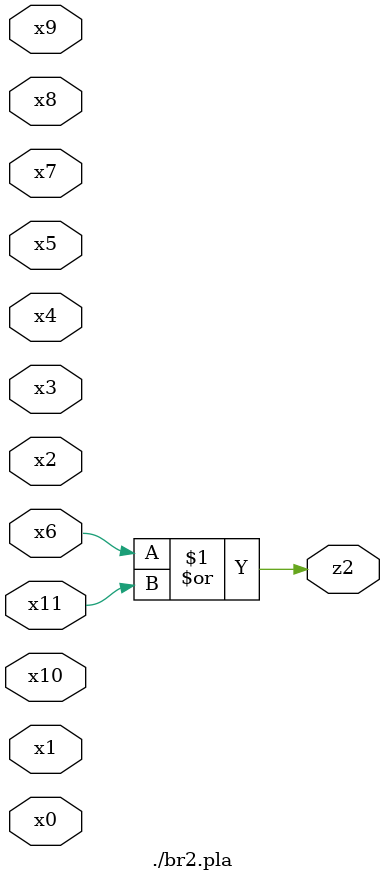
<source format=v>

module \./br2.pla  ( 
    x0, x1, x2, x3, x4, x5, x6, x7, x8, x9, x10, x11,
    z2  );
  input  x0, x1, x2, x3, x4, x5, x6, x7, x8, x9, x10, x11;
  output z2;
  assign z2 = x6 | x11;
endmodule



</source>
